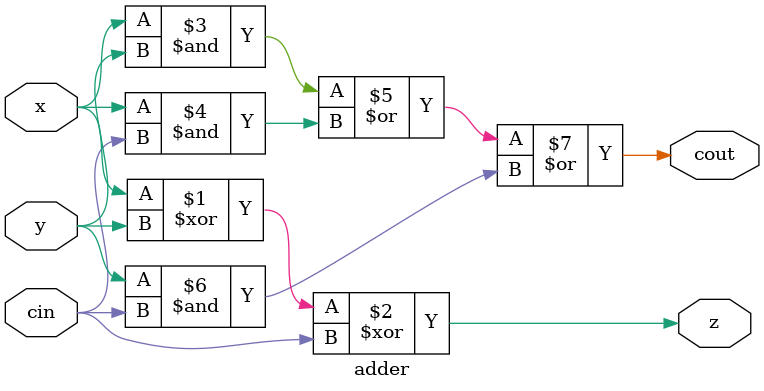
<source format=v>
module adder( x, y, cin, z, cout);
	input x;
	input y;
	input cin;
	output cout;
	output z;
	
	//Ripple carry adder logical equations
	assign z = x ^ y ^ cin;
	assign cout = (x & y) | (x & cin) | (y & cin);
endmodule 
</source>
